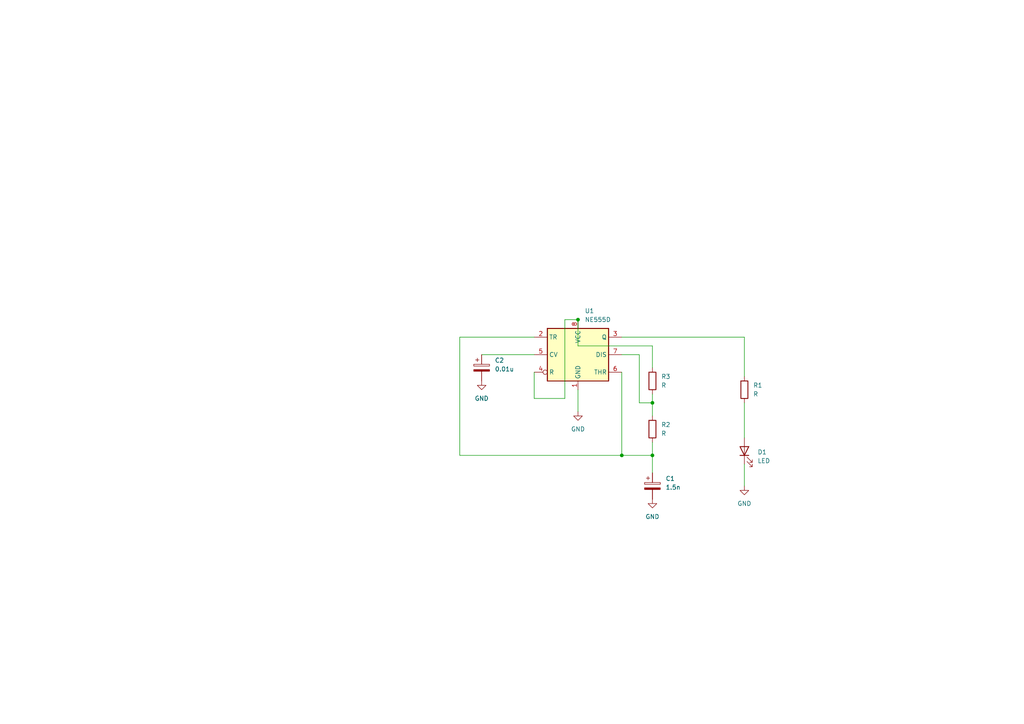
<source format=kicad_sch>
(kicad_sch (version 20230121) (generator eeschema)
  (paper "A4")
  (lib_symbols
    (symbol "Device:C_Polarized" (pin_numbers hide) (pin_names (offset 0.254))
      (property "Reference" "C" (at 0.635 2.54 0))
      (property "Value" "C_Polarized" (at 0.635 -2.54 0))
      (symbol "C_Polarized_0_1"
        (rectangle (start -2.286 0.508) (end 2.286 1.016))
        (polyline (pts (xy -1.778 2.286) (xy -0.762 2.286)))
        (polyline (pts (xy -1.27 2.794) (xy -1.27 1.778)))
        (rectangle (start 2.286 -0.508) (end -2.286 -1.016) (fill (type outline)))
      )
      (symbol "C_Polarized_1_1"
        (pin passive line (at 0 3.81 270) (length 2.794) (name "~") (number "1"))
        (pin passive line (at 0 -3.81 90) (length 2.794) (name "~") (number "2"))
      )
    )
    (symbol "Device:LED" (pin_numbers hide) (pin_names (offset 1.016) hide)
      (property "Reference" "D" (at 0 2.54 0))
      (property "Value" "LED" (at 0 -2.54 0))
      (symbol "LED_0_1"
        (polyline (pts (xy -1.27 -1.27) (xy -1.27 1.27)) (stroke (width 0.254)))
        (polyline (pts (xy -1.27 0) (xy 1.27 0)))
        (polyline (pts (xy 1.27 -1.27) (xy 1.27 1.27) (xy -1.27 0) (xy 1.27 -1.27)) (stroke (width 0.254)))
        (polyline (pts (xy -3.048 -0.762) (xy -4.572 -2.286) (xy -3.81 -2.286) (xy -4.572 -2.286) (xy -4.572 -1.524)))
        (polyline (pts (xy -1.778 -0.762) (xy -3.302 -2.286) (xy -2.54 -2.286) (xy -3.302 -2.286) (xy -3.302 -1.524)))
      )
      (symbol "LED_1_1"
        (pin passive line (at -3.81 0 0) (length 2.54) (name "K") (number "1"))
        (pin passive line (at 3.81 0 180) (length 2.54) (name "A") (number "2"))
      )
    )
    (symbol "Device:R" (pin_numbers hide) (pin_names (offset 0))
      (property "Reference" "R" (at 2.032 0 90))
      (property "Value" "R" (at 0 0 90))
      (symbol "R_0_1"
        (rectangle (start -1.016 -2.54) (end 1.016 2.54) (stroke (width 0.254)))
      )
      (symbol "R_1_1"
        (pin passive line (at 0 3.81 270) (length 1.27) (name "~") (number "1"))
        (pin passive line (at 0 -3.81 90) (length 1.27) (name "~") (number "2"))
      )
    )
    (symbol "Timer:NE555D"
      (property "Reference" "U" (at -10.16 8.89 0))
      (property "Value" "NE555D" (at 2.54 8.89 0))
      (symbol "NE555D_0_0"
        (pin power_in line (at 0 -10.16 90) (length 2.54) (name "GND") (number "1"))
        (pin power_in line (at 0 10.16 270) (length 2.54) (name "VCC") (number "8"))
      )
      (symbol "NE555D_0_1"
        (rectangle (start -8.89 -7.62) (end 8.89 7.62) (stroke (width 0.254)) (fill (type background)))
        (rectangle (start -8.89 -7.62) (end 8.89 7.62) (stroke (width 0.254)) (fill (type background)))
      )
      (symbol "NE555D_1_1"
        (pin input line (at -12.7 5.08 0) (length 3.81) (name "TR") (number "2"))
        (pin output line (at 12.7 5.08 180) (length 3.81) (name "Q") (number "3"))
        (pin input inverted (at -12.7 -5.08 0) (length 3.81) (name "R") (number "4"))
        (pin input line (at -12.7 0 0) (length 3.81) (name "CV") (number "5"))
        (pin input line (at 12.7 -5.08 180) (length 3.81) (name "THR") (number "6"))
        (pin input line (at 12.7 0 180) (length 3.81) (name "DIS") (number "7"))
      )
    )
    (symbol "power:GND" (power) (pin_names (offset 0))
      (property "Value" "GND" (at 0 -3.81 0))
      (symbol "GND_0_1"
        (polyline (pts (xy 0 0) (xy 0 -1.27) (xy 1.27 -1.27) (xy 0 -2.54) (xy -1.27 -1.27) (xy 0 -1.27)))
      )
      (symbol "GND_1_1"
        (pin power_in line (at 0 0 270) (length 0) hide (name "GND") (number "1"))
      )
    )
  )
  (junction (at 167.64 92.71))
  (junction (at 180.34 132.08))
  (junction (at 189.23 132.08))
  (junction (at 189.23 116.84))
  (wire (pts (xy 154.94 115.57) (xy 163.83 115.57)))
  (wire (pts (xy 185.42 116.84) (xy 189.23 116.84)))
  (wire (pts (xy 189.23 128.27) (xy 189.23 132.08)))
  (wire (pts (xy 139.7 102.87) (xy 154.94 102.87)))
  (wire (pts (xy 167.64 113.03) (xy 167.64 119.38)))
  (wire (pts (xy 189.23 114.3) (xy 189.23 116.84)))
  (wire (pts (xy 163.83 92.71) (xy 167.64 92.71)))
  (wire (pts (xy 180.34 102.87) (xy 185.42 102.87)))
  (wire (pts (xy 180.34 107.95) (xy 180.34 132.08)))
  (wire (pts (xy 133.35 97.79) (xy 133.35 132.08)))
  (wire (pts (xy 180.34 132.08) (xy 189.23 132.08)))
  (wire (pts (xy 154.94 97.79) (xy 133.35 97.79)))
  (wire (pts (xy 189.23 100.33) (xy 167.64 100.33)))
  (wire (pts (xy 215.9 134.62) (xy 215.9 140.97)))
  (wire (pts (xy 154.94 107.95) (xy 154.94 115.57)))
  (wire (pts (xy 215.9 97.79) (xy 215.9 109.22)))
  (wire (pts (xy 180.34 97.79) (xy 215.9 97.79)))
  (wire (pts (xy 163.83 115.57) (xy 163.83 92.71)))
  (wire (pts (xy 185.42 102.87) (xy 185.42 116.84)))
  (wire (pts (xy 215.9 116.84) (xy 215.9 127)))
  (wire (pts (xy 167.64 100.33) (xy 167.64 92.71)))
  (wire (pts (xy 189.23 100.33) (xy 189.23 106.68)))
  (wire (pts (xy 189.23 132.08) (xy 189.23 137.16)))
  (wire (pts (xy 189.23 116.84) (xy 189.23 120.65)))
  (wire (pts (xy 133.35 132.08) (xy 180.34 132.08)))
  (symbol (lib_id "Timer:NE555D") (at 167.64 102.87 0) (unit 1)
    (property "Reference" "U1" (at 169.5959 90.17 0) (effects (justify left)))
    (property "Value" "NE555D" (at 169.5959 92.71 0) (effects (justify left)))
    (property "Footprint" "Package_SO:SOIC-8_3.9x4.9mm_P1.27mm" (effects hide))
    (property "Datasheet" "http://www.ti.com/lit/ds/symlink/ne555.pdf" (effects hide))
  )
  (symbol (lib_id "power:GND") (at 215.9 140.97 0) (unit 1)
    (property "Reference" "#PWR01" (effects hide))
    (property "Value" "GND" (at 215.9 146.05 0))
  )
  (symbol (lib_id "Device:R") (at 189.23 110.49 0) (unit 1)
    (property "Reference" "R3" (at 191.77 109.22 0) (effects (justify left)))
    (property "Value" "R" (at 191.77 111.76 0) (effects (justify left)))
    (property "Footprint" "Resistor_SMD:R_0402_1005Metric" (effects hide))
  )
  (symbol (lib_id "Device:C_Polarized") (at 189.23 140.97 0) (unit 1)
    (property "Reference" "C1" (at 193.04 138.811 0) (effects (justify left)))
    (property "Value" "1.5n" (at 193.04 141.351 0) (effects (justify left)))
    (property "Footprint" "Capacitor_SMD:CP_Elec_3x5.3" (effects hide))
  )
  (symbol (lib_id "Device:LED") (at 215.9 130.81 90) (unit 1)
    (property "Reference" "D1" (at 219.71 131.1275 90) (effects (justify right)))
    (property "Value" "LED" (at 219.71 133.6675 90) (effects (justify right)))
    (property "Footprint" "LED_THT:LED_D3.0mm" (effects hide))
  )
  (symbol (lib_id "power:GND") (at 139.7 110.49 0) (unit 1)
    (property "Reference" "#PWR04" (effects hide))
    (property "Value" "GND" (at 139.7 115.57 0))
  )
  (symbol (lib_id "Device:R") (at 215.9 113.03 0) (unit 1)
    (property "Reference" "R1" (at 218.44 111.76 0) (effects (justify left)))
    (property "Value" "R" (at 218.44 114.3 0) (effects (justify left)))
    (property "Footprint" "Resistor_SMD:R_0402_1005Metric" (effects hide))
  )
  (symbol (lib_id "power:GND") (at 167.64 119.38 0) (unit 1)
    (property "Reference" "#PWR02" (effects hide))
    (property "Value" "GND" (at 167.64 124.46 0))
  )
  (symbol (lib_id "power:GND") (at 189.23 144.78 0) (unit 1)
    (property "Reference" "#PWR03" (effects hide))
    (property "Value" "GND" (at 189.23 149.86 0))
  )
  (symbol (lib_id "Device:R") (at 189.23 124.46 0) (unit 1)
    (property "Reference" "R2" (at 191.77 123.19 0) (effects (justify left)))
    (property "Value" "R" (at 191.77 125.73 0) (effects (justify left)))
    (property "Footprint" "Resistor_SMD:R_0402_1005Metric" (effects hide))
  )
  (symbol (lib_id "Device:C_Polarized") (at 139.7 106.68 0) (unit 1)
    (property "Reference" "C2" (at 143.51 104.521 0) (effects (justify left)))
    (property "Value" "0.01u" (at 143.51 107.061 0) (effects (justify left)))
    (property "Footprint" "Capacitor_SMD:CP_Elec_3x5.3" (effects hide))
  )
)
</source>
